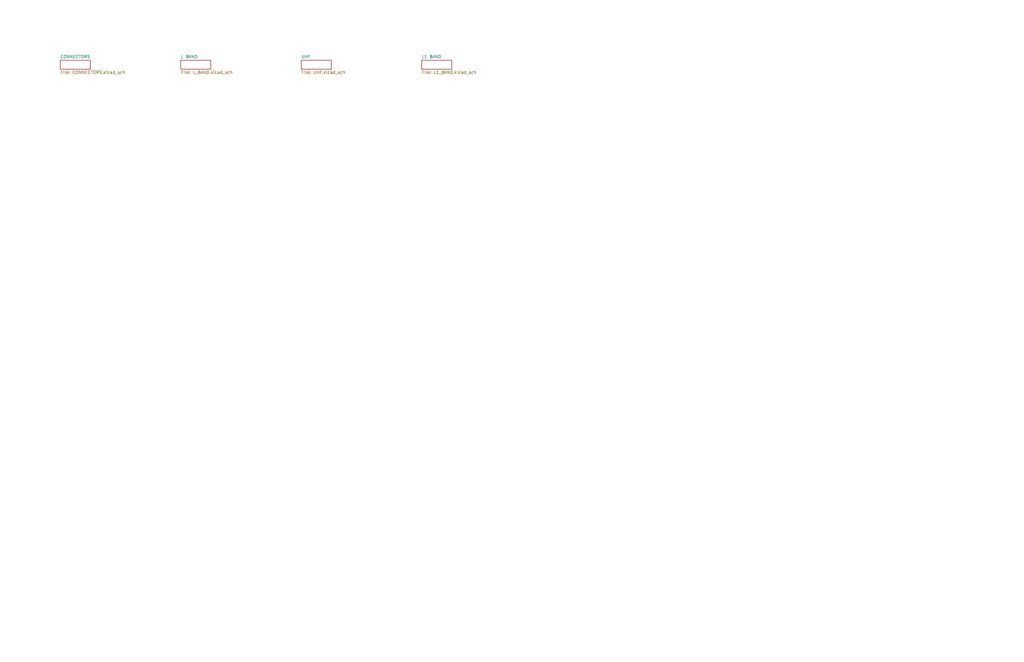
<source format=kicad_sch>
(kicad_sch (version 20211123) (generator eeschema)
  (paper "USLedger")
  (title_block (title "+Z End Card w/ Turnstile") (rev "1.0"))
  (lib_symbols)
  (sheet (at 25.4 25.4) (size 12.7 3.81)
    (property "Sheet name" "CONNECTORS" (at 25.4 24.6884 0) (effects (justify left bottom)))
    (property "Sheet file" "CONNECTORS.kicad_sch" (at 25.4 29.7946 0) (effects (justify left top)))
  )
  (sheet (at 127 25.4) (size 12.7 3.81)
    (property "Sheet name" "UHF" (at 127 24.6884 0) (effects (justify left bottom)))
    (property "Sheet file" "UHF.kicad_sch" (at 127 29.7946 0) (effects (justify left top)))
  )
  (sheet (at 177.8 25.4) (size 12.7 3.81)
    (property "Sheet name" "L1 BAND" (at 177.8 24.6884 0) (effects (justify left bottom)))
    (property "Sheet file" "L1_BAND.kicad_sch" (at 177.8 29.7946 0) (effects (justify left top)))
  )
  (sheet (at 76.2 25.4) (size 12.7 3.81)
    (property "Sheet name" "L BAND" (at 76.2 24.6884 0) (effects (justify left bottom)))
    (property "Sheet file" "L_BAND.kicad_sch" (at 76.2 29.7946 0) (effects (justify left top)))
  )
)
</source>
